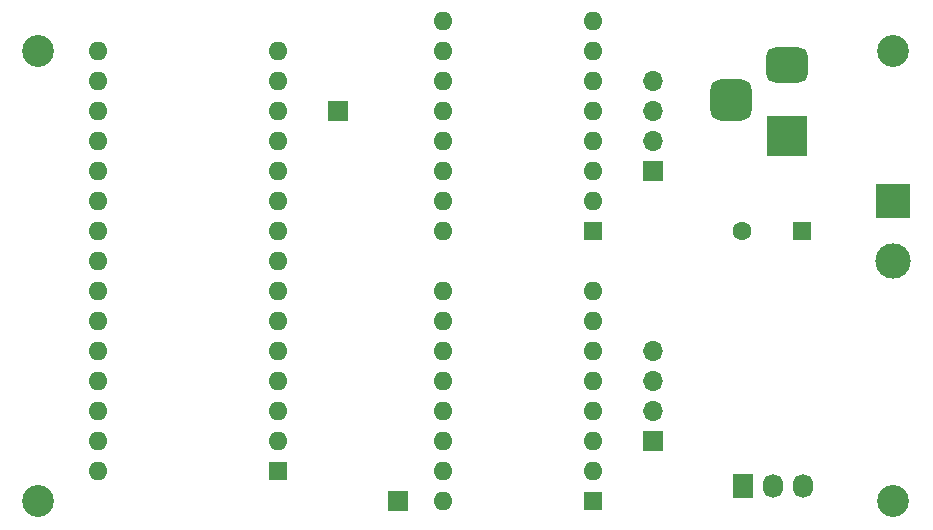
<source format=gbr>
%TF.GenerationSoftware,KiCad,Pcbnew,7.0.10*%
%TF.CreationDate,2024-02-12T17:30:29-09:00*%
%TF.ProjectId,CustomPCB,43757374-6f6d-4504-9342-2e6b69636164,rev?*%
%TF.SameCoordinates,Original*%
%TF.FileFunction,Soldermask,Bot*%
%TF.FilePolarity,Negative*%
%FSLAX46Y46*%
G04 Gerber Fmt 4.6, Leading zero omitted, Abs format (unit mm)*
G04 Created by KiCad (PCBNEW 7.0.10) date 2024-02-12 17:30:29*
%MOMM*%
%LPD*%
G01*
G04 APERTURE LIST*
G04 Aperture macros list*
%AMRoundRect*
0 Rectangle with rounded corners*
0 $1 Rounding radius*
0 $2 $3 $4 $5 $6 $7 $8 $9 X,Y pos of 4 corners*
0 Add a 4 corners polygon primitive as box body*
4,1,4,$2,$3,$4,$5,$6,$7,$8,$9,$2,$3,0*
0 Add four circle primitives for the rounded corners*
1,1,$1+$1,$2,$3*
1,1,$1+$1,$4,$5*
1,1,$1+$1,$6,$7*
1,1,$1+$1,$8,$9*
0 Add four rect primitives between the rounded corners*
20,1,$1+$1,$2,$3,$4,$5,0*
20,1,$1+$1,$4,$5,$6,$7,0*
20,1,$1+$1,$6,$7,$8,$9,0*
20,1,$1+$1,$8,$9,$2,$3,0*%
G04 Aperture macros list end*
%ADD10C,2.700000*%
%ADD11R,1.730000X2.030000*%
%ADD12O,1.730000X2.030000*%
%ADD13R,1.700000X1.700000*%
%ADD14O,1.700000X1.700000*%
%ADD15R,1.600000X1.600000*%
%ADD16O,1.600000X1.600000*%
%ADD17R,3.000000X3.000000*%
%ADD18C,3.000000*%
%ADD19RoundRect,0.875000X-0.875000X0.875000X-0.875000X-0.875000X0.875000X-0.875000X0.875000X0.875000X0*%
%ADD20RoundRect,0.750000X-1.000000X0.750000X-1.000000X-0.750000X1.000000X-0.750000X1.000000X0.750000X0*%
%ADD21R,3.500000X3.500000*%
%ADD22C,1.600000*%
G04 APERTURE END LIST*
D10*
%TO.C,M2.5*%
X125730000Y-76200000D03*
%TD*%
%TO.C,M2.5*%
X125730000Y-114300000D03*
%TD*%
%TO.C,M2.5*%
X198120000Y-114300000D03*
%TD*%
%TO.C,M2.5*%
X198120000Y-76200000D03*
%TD*%
D11*
%TO.C,Fan_Header_1*%
X185420000Y-113030000D03*
D12*
X187960000Y-113030000D03*
X190500000Y-113030000D03*
%TD*%
D13*
%TO.C,Motor_2*%
X177800000Y-86360000D03*
D14*
X177800000Y-83820000D03*
X177800000Y-81280000D03*
X177800000Y-78740000D03*
%TD*%
D13*
%TO.C,Motor_1*%
X177800000Y-109220000D03*
D14*
X177800000Y-106680000D03*
X177800000Y-104140000D03*
X177800000Y-101600000D03*
%TD*%
D13*
%TO.C,J2*%
X156210000Y-114300000D03*
%TD*%
D15*
%TO.C,TMC2088_2*%
X172710000Y-91440000D03*
D16*
X172710000Y-88900000D03*
X172710000Y-86360000D03*
X172710000Y-83820000D03*
X172710000Y-81280000D03*
X172710000Y-78740000D03*
X172710000Y-76200000D03*
X172710000Y-73660000D03*
X160010000Y-73660000D03*
X160010000Y-76200000D03*
X160010000Y-78740000D03*
X160010000Y-81280000D03*
X160010000Y-83820000D03*
X160010000Y-86360000D03*
X160010000Y-88900000D03*
X160010000Y-91440000D03*
%TD*%
D17*
%TO.C,Pwr_Switch_1*%
X198120000Y-88900000D03*
D18*
X198120000Y-93980000D03*
%TD*%
D15*
%TO.C,TMC2088_1*%
X172710000Y-114300000D03*
D16*
X172710000Y-111760000D03*
X172710000Y-109220000D03*
X172710000Y-106680000D03*
X172710000Y-104140000D03*
X172710000Y-101600000D03*
X172710000Y-99060000D03*
X172710000Y-96520000D03*
X160010000Y-96520000D03*
X160010000Y-99060000D03*
X160010000Y-101600000D03*
X160010000Y-104140000D03*
X160010000Y-106680000D03*
X160010000Y-109220000D03*
X160010000Y-111760000D03*
X160010000Y-114300000D03*
%TD*%
D19*
%TO.C,DC_12V_1*%
X184413750Y-80353750D03*
D20*
X189113750Y-77353750D03*
D21*
X189113750Y-83353750D03*
%TD*%
D13*
%TO.C,J1*%
X151140000Y-81280000D03*
%TD*%
D15*
%TO.C,100uF_C1*%
X190362651Y-91440000D03*
D22*
X185362651Y-91440000D03*
%TD*%
D15*
%TO.C,Arduino_1*%
X146050000Y-111760000D03*
D16*
X146050000Y-109220000D03*
X146050000Y-106680000D03*
X146050000Y-104140000D03*
X146050000Y-101600000D03*
X146050000Y-99060000D03*
X146050000Y-96520000D03*
X146050000Y-93980000D03*
X146050000Y-91440000D03*
X146050000Y-88900000D03*
X146050000Y-86360000D03*
X146050000Y-83820000D03*
X146050000Y-81280000D03*
X146050000Y-78740000D03*
X146050000Y-76200000D03*
X130810000Y-76200000D03*
X130810000Y-78740000D03*
X130810000Y-81280000D03*
X130810000Y-83820000D03*
X130810000Y-86360000D03*
X130810000Y-88900000D03*
X130810000Y-91440000D03*
X130810000Y-93980000D03*
X130810000Y-96520000D03*
X130810000Y-99060000D03*
X130810000Y-101600000D03*
X130810000Y-104140000D03*
X130810000Y-106680000D03*
X130810000Y-109220000D03*
X130810000Y-111760000D03*
%TD*%
M02*

</source>
